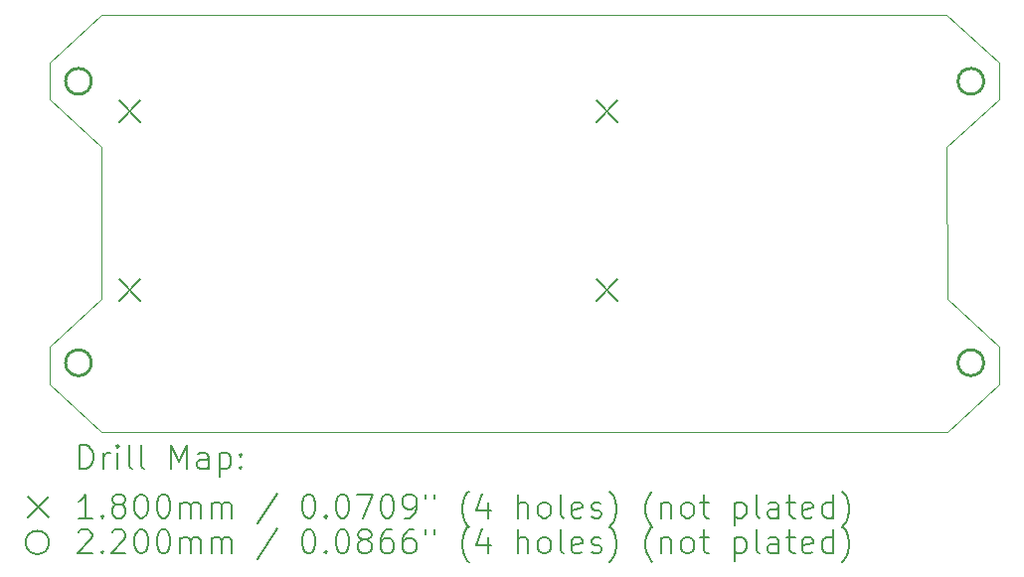
<source format=gbr>
%TF.GenerationSoftware,KiCad,Pcbnew,7.0.9*%
%TF.CreationDate,2024-06-02T15:37:02-06:00*%
%TF.ProjectId,luytenPCB,6c757974-656e-4504-9342-2e6b69636164,rev?*%
%TF.SameCoordinates,Original*%
%TF.FileFunction,Drillmap*%
%TF.FilePolarity,Positive*%
%FSLAX45Y45*%
G04 Gerber Fmt 4.5, Leading zero omitted, Abs format (unit mm)*
G04 Created by KiCad (PCBNEW 7.0.9) date 2024-06-02 15:37:02*
%MOMM*%
%LPD*%
G01*
G04 APERTURE LIST*
%ADD10C,0.100000*%
%ADD11C,0.200000*%
%ADD12C,0.180000*%
%ADD13C,0.220000*%
G04 APERTURE END LIST*
D10*
X4629150Y-6286500D02*
X4184650Y-5880100D01*
X4184650Y-5562600D02*
X4629150Y-5156200D01*
X11830050Y-5156200D02*
X12274550Y-5562600D01*
X4629150Y-3860800D02*
X4629150Y-5156200D01*
X12274550Y-5562600D02*
X12274550Y-5880100D01*
X11823700Y-2730500D02*
X12268200Y-3136900D01*
X12268200Y-3454400D02*
X11823700Y-3860800D01*
X4184650Y-3454400D02*
X4184650Y-3136900D01*
X11830050Y-6286500D02*
X4629150Y-6286500D01*
X4629150Y-3860800D02*
X4184650Y-3454400D01*
X12274550Y-5880100D02*
X11830050Y-6286500D01*
X4629150Y-2730500D02*
X11823700Y-2730500D01*
X4184650Y-5880100D02*
X4184650Y-5562600D01*
X12268200Y-3136900D02*
X12268200Y-3454400D01*
X11823700Y-3860800D02*
X11830050Y-5156200D01*
X4184650Y-3136900D02*
X4629150Y-2730500D01*
D11*
D12*
X4777200Y-3466000D02*
X4957200Y-3646000D01*
X4957200Y-3466000D02*
X4777200Y-3646000D01*
X4777200Y-4990000D02*
X4957200Y-5170000D01*
X4957200Y-4990000D02*
X4777200Y-5170000D01*
X8841200Y-3466000D02*
X9021200Y-3646000D01*
X9021200Y-3466000D02*
X8841200Y-3646000D01*
X8841200Y-4990000D02*
X9021200Y-5170000D01*
X9021200Y-4990000D02*
X8841200Y-5170000D01*
D13*
X4540000Y-3300000D02*
G75*
G03*
X4540000Y-3300000I-110000J0D01*
G01*
X4540000Y-5700000D02*
G75*
G03*
X4540000Y-5700000I-110000J0D01*
G01*
X12140000Y-3300000D02*
G75*
G03*
X12140000Y-3300000I-110000J0D01*
G01*
X12140000Y-5700000D02*
G75*
G03*
X12140000Y-5700000I-110000J0D01*
G01*
D11*
X4440427Y-6602984D02*
X4440427Y-6402984D01*
X4440427Y-6402984D02*
X4488046Y-6402984D01*
X4488046Y-6402984D02*
X4516617Y-6412508D01*
X4516617Y-6412508D02*
X4535665Y-6431555D01*
X4535665Y-6431555D02*
X4545189Y-6450603D01*
X4545189Y-6450603D02*
X4554713Y-6488698D01*
X4554713Y-6488698D02*
X4554713Y-6517269D01*
X4554713Y-6517269D02*
X4545189Y-6555365D01*
X4545189Y-6555365D02*
X4535665Y-6574412D01*
X4535665Y-6574412D02*
X4516617Y-6593460D01*
X4516617Y-6593460D02*
X4488046Y-6602984D01*
X4488046Y-6602984D02*
X4440427Y-6602984D01*
X4640427Y-6602984D02*
X4640427Y-6469650D01*
X4640427Y-6507746D02*
X4649951Y-6488698D01*
X4649951Y-6488698D02*
X4659474Y-6479174D01*
X4659474Y-6479174D02*
X4678522Y-6469650D01*
X4678522Y-6469650D02*
X4697570Y-6469650D01*
X4764236Y-6602984D02*
X4764236Y-6469650D01*
X4764236Y-6402984D02*
X4754713Y-6412508D01*
X4754713Y-6412508D02*
X4764236Y-6422031D01*
X4764236Y-6422031D02*
X4773760Y-6412508D01*
X4773760Y-6412508D02*
X4764236Y-6402984D01*
X4764236Y-6402984D02*
X4764236Y-6422031D01*
X4888046Y-6602984D02*
X4868998Y-6593460D01*
X4868998Y-6593460D02*
X4859474Y-6574412D01*
X4859474Y-6574412D02*
X4859474Y-6402984D01*
X4992808Y-6602984D02*
X4973760Y-6593460D01*
X4973760Y-6593460D02*
X4964236Y-6574412D01*
X4964236Y-6574412D02*
X4964236Y-6402984D01*
X5221379Y-6602984D02*
X5221379Y-6402984D01*
X5221379Y-6402984D02*
X5288046Y-6545841D01*
X5288046Y-6545841D02*
X5354713Y-6402984D01*
X5354713Y-6402984D02*
X5354713Y-6602984D01*
X5535665Y-6602984D02*
X5535665Y-6498222D01*
X5535665Y-6498222D02*
X5526141Y-6479174D01*
X5526141Y-6479174D02*
X5507094Y-6469650D01*
X5507094Y-6469650D02*
X5468998Y-6469650D01*
X5468998Y-6469650D02*
X5449951Y-6479174D01*
X5535665Y-6593460D02*
X5516617Y-6602984D01*
X5516617Y-6602984D02*
X5468998Y-6602984D01*
X5468998Y-6602984D02*
X5449951Y-6593460D01*
X5449951Y-6593460D02*
X5440427Y-6574412D01*
X5440427Y-6574412D02*
X5440427Y-6555365D01*
X5440427Y-6555365D02*
X5449951Y-6536317D01*
X5449951Y-6536317D02*
X5468998Y-6526793D01*
X5468998Y-6526793D02*
X5516617Y-6526793D01*
X5516617Y-6526793D02*
X5535665Y-6517269D01*
X5630903Y-6469650D02*
X5630903Y-6669650D01*
X5630903Y-6479174D02*
X5649951Y-6469650D01*
X5649951Y-6469650D02*
X5688046Y-6469650D01*
X5688046Y-6469650D02*
X5707093Y-6479174D01*
X5707093Y-6479174D02*
X5716617Y-6488698D01*
X5716617Y-6488698D02*
X5726141Y-6507746D01*
X5726141Y-6507746D02*
X5726141Y-6564888D01*
X5726141Y-6564888D02*
X5716617Y-6583936D01*
X5716617Y-6583936D02*
X5707093Y-6593460D01*
X5707093Y-6593460D02*
X5688046Y-6602984D01*
X5688046Y-6602984D02*
X5649951Y-6602984D01*
X5649951Y-6602984D02*
X5630903Y-6593460D01*
X5811855Y-6583936D02*
X5821379Y-6593460D01*
X5821379Y-6593460D02*
X5811855Y-6602984D01*
X5811855Y-6602984D02*
X5802332Y-6593460D01*
X5802332Y-6593460D02*
X5811855Y-6583936D01*
X5811855Y-6583936D02*
X5811855Y-6602984D01*
X5811855Y-6479174D02*
X5821379Y-6488698D01*
X5821379Y-6488698D02*
X5811855Y-6498222D01*
X5811855Y-6498222D02*
X5802332Y-6488698D01*
X5802332Y-6488698D02*
X5811855Y-6479174D01*
X5811855Y-6479174D02*
X5811855Y-6498222D01*
D12*
X3999650Y-6841500D02*
X4179650Y-7021500D01*
X4179650Y-6841500D02*
X3999650Y-7021500D01*
D11*
X4545189Y-7022984D02*
X4430903Y-7022984D01*
X4488046Y-7022984D02*
X4488046Y-6822984D01*
X4488046Y-6822984D02*
X4468998Y-6851555D01*
X4468998Y-6851555D02*
X4449951Y-6870603D01*
X4449951Y-6870603D02*
X4430903Y-6880127D01*
X4630903Y-7003936D02*
X4640427Y-7013460D01*
X4640427Y-7013460D02*
X4630903Y-7022984D01*
X4630903Y-7022984D02*
X4621379Y-7013460D01*
X4621379Y-7013460D02*
X4630903Y-7003936D01*
X4630903Y-7003936D02*
X4630903Y-7022984D01*
X4754713Y-6908698D02*
X4735665Y-6899174D01*
X4735665Y-6899174D02*
X4726141Y-6889650D01*
X4726141Y-6889650D02*
X4716617Y-6870603D01*
X4716617Y-6870603D02*
X4716617Y-6861079D01*
X4716617Y-6861079D02*
X4726141Y-6842031D01*
X4726141Y-6842031D02*
X4735665Y-6832508D01*
X4735665Y-6832508D02*
X4754713Y-6822984D01*
X4754713Y-6822984D02*
X4792808Y-6822984D01*
X4792808Y-6822984D02*
X4811855Y-6832508D01*
X4811855Y-6832508D02*
X4821379Y-6842031D01*
X4821379Y-6842031D02*
X4830903Y-6861079D01*
X4830903Y-6861079D02*
X4830903Y-6870603D01*
X4830903Y-6870603D02*
X4821379Y-6889650D01*
X4821379Y-6889650D02*
X4811855Y-6899174D01*
X4811855Y-6899174D02*
X4792808Y-6908698D01*
X4792808Y-6908698D02*
X4754713Y-6908698D01*
X4754713Y-6908698D02*
X4735665Y-6918222D01*
X4735665Y-6918222D02*
X4726141Y-6927746D01*
X4726141Y-6927746D02*
X4716617Y-6946793D01*
X4716617Y-6946793D02*
X4716617Y-6984888D01*
X4716617Y-6984888D02*
X4726141Y-7003936D01*
X4726141Y-7003936D02*
X4735665Y-7013460D01*
X4735665Y-7013460D02*
X4754713Y-7022984D01*
X4754713Y-7022984D02*
X4792808Y-7022984D01*
X4792808Y-7022984D02*
X4811855Y-7013460D01*
X4811855Y-7013460D02*
X4821379Y-7003936D01*
X4821379Y-7003936D02*
X4830903Y-6984888D01*
X4830903Y-6984888D02*
X4830903Y-6946793D01*
X4830903Y-6946793D02*
X4821379Y-6927746D01*
X4821379Y-6927746D02*
X4811855Y-6918222D01*
X4811855Y-6918222D02*
X4792808Y-6908698D01*
X4954713Y-6822984D02*
X4973760Y-6822984D01*
X4973760Y-6822984D02*
X4992808Y-6832508D01*
X4992808Y-6832508D02*
X5002332Y-6842031D01*
X5002332Y-6842031D02*
X5011855Y-6861079D01*
X5011855Y-6861079D02*
X5021379Y-6899174D01*
X5021379Y-6899174D02*
X5021379Y-6946793D01*
X5021379Y-6946793D02*
X5011855Y-6984888D01*
X5011855Y-6984888D02*
X5002332Y-7003936D01*
X5002332Y-7003936D02*
X4992808Y-7013460D01*
X4992808Y-7013460D02*
X4973760Y-7022984D01*
X4973760Y-7022984D02*
X4954713Y-7022984D01*
X4954713Y-7022984D02*
X4935665Y-7013460D01*
X4935665Y-7013460D02*
X4926141Y-7003936D01*
X4926141Y-7003936D02*
X4916617Y-6984888D01*
X4916617Y-6984888D02*
X4907094Y-6946793D01*
X4907094Y-6946793D02*
X4907094Y-6899174D01*
X4907094Y-6899174D02*
X4916617Y-6861079D01*
X4916617Y-6861079D02*
X4926141Y-6842031D01*
X4926141Y-6842031D02*
X4935665Y-6832508D01*
X4935665Y-6832508D02*
X4954713Y-6822984D01*
X5145189Y-6822984D02*
X5164236Y-6822984D01*
X5164236Y-6822984D02*
X5183284Y-6832508D01*
X5183284Y-6832508D02*
X5192808Y-6842031D01*
X5192808Y-6842031D02*
X5202332Y-6861079D01*
X5202332Y-6861079D02*
X5211855Y-6899174D01*
X5211855Y-6899174D02*
X5211855Y-6946793D01*
X5211855Y-6946793D02*
X5202332Y-6984888D01*
X5202332Y-6984888D02*
X5192808Y-7003936D01*
X5192808Y-7003936D02*
X5183284Y-7013460D01*
X5183284Y-7013460D02*
X5164236Y-7022984D01*
X5164236Y-7022984D02*
X5145189Y-7022984D01*
X5145189Y-7022984D02*
X5126141Y-7013460D01*
X5126141Y-7013460D02*
X5116617Y-7003936D01*
X5116617Y-7003936D02*
X5107094Y-6984888D01*
X5107094Y-6984888D02*
X5097570Y-6946793D01*
X5097570Y-6946793D02*
X5097570Y-6899174D01*
X5097570Y-6899174D02*
X5107094Y-6861079D01*
X5107094Y-6861079D02*
X5116617Y-6842031D01*
X5116617Y-6842031D02*
X5126141Y-6832508D01*
X5126141Y-6832508D02*
X5145189Y-6822984D01*
X5297570Y-7022984D02*
X5297570Y-6889650D01*
X5297570Y-6908698D02*
X5307094Y-6899174D01*
X5307094Y-6899174D02*
X5326141Y-6889650D01*
X5326141Y-6889650D02*
X5354713Y-6889650D01*
X5354713Y-6889650D02*
X5373760Y-6899174D01*
X5373760Y-6899174D02*
X5383284Y-6918222D01*
X5383284Y-6918222D02*
X5383284Y-7022984D01*
X5383284Y-6918222D02*
X5392808Y-6899174D01*
X5392808Y-6899174D02*
X5411855Y-6889650D01*
X5411855Y-6889650D02*
X5440427Y-6889650D01*
X5440427Y-6889650D02*
X5459475Y-6899174D01*
X5459475Y-6899174D02*
X5468998Y-6918222D01*
X5468998Y-6918222D02*
X5468998Y-7022984D01*
X5564236Y-7022984D02*
X5564236Y-6889650D01*
X5564236Y-6908698D02*
X5573760Y-6899174D01*
X5573760Y-6899174D02*
X5592808Y-6889650D01*
X5592808Y-6889650D02*
X5621379Y-6889650D01*
X5621379Y-6889650D02*
X5640427Y-6899174D01*
X5640427Y-6899174D02*
X5649951Y-6918222D01*
X5649951Y-6918222D02*
X5649951Y-7022984D01*
X5649951Y-6918222D02*
X5659474Y-6899174D01*
X5659474Y-6899174D02*
X5678522Y-6889650D01*
X5678522Y-6889650D02*
X5707093Y-6889650D01*
X5707093Y-6889650D02*
X5726141Y-6899174D01*
X5726141Y-6899174D02*
X5735665Y-6918222D01*
X5735665Y-6918222D02*
X5735665Y-7022984D01*
X6126141Y-6813460D02*
X5954713Y-7070603D01*
X6383284Y-6822984D02*
X6402332Y-6822984D01*
X6402332Y-6822984D02*
X6421379Y-6832508D01*
X6421379Y-6832508D02*
X6430903Y-6842031D01*
X6430903Y-6842031D02*
X6440427Y-6861079D01*
X6440427Y-6861079D02*
X6449951Y-6899174D01*
X6449951Y-6899174D02*
X6449951Y-6946793D01*
X6449951Y-6946793D02*
X6440427Y-6984888D01*
X6440427Y-6984888D02*
X6430903Y-7003936D01*
X6430903Y-7003936D02*
X6421379Y-7013460D01*
X6421379Y-7013460D02*
X6402332Y-7022984D01*
X6402332Y-7022984D02*
X6383284Y-7022984D01*
X6383284Y-7022984D02*
X6364236Y-7013460D01*
X6364236Y-7013460D02*
X6354713Y-7003936D01*
X6354713Y-7003936D02*
X6345189Y-6984888D01*
X6345189Y-6984888D02*
X6335665Y-6946793D01*
X6335665Y-6946793D02*
X6335665Y-6899174D01*
X6335665Y-6899174D02*
X6345189Y-6861079D01*
X6345189Y-6861079D02*
X6354713Y-6842031D01*
X6354713Y-6842031D02*
X6364236Y-6832508D01*
X6364236Y-6832508D02*
X6383284Y-6822984D01*
X6535665Y-7003936D02*
X6545189Y-7013460D01*
X6545189Y-7013460D02*
X6535665Y-7022984D01*
X6535665Y-7022984D02*
X6526141Y-7013460D01*
X6526141Y-7013460D02*
X6535665Y-7003936D01*
X6535665Y-7003936D02*
X6535665Y-7022984D01*
X6668998Y-6822984D02*
X6688046Y-6822984D01*
X6688046Y-6822984D02*
X6707094Y-6832508D01*
X6707094Y-6832508D02*
X6716617Y-6842031D01*
X6716617Y-6842031D02*
X6726141Y-6861079D01*
X6726141Y-6861079D02*
X6735665Y-6899174D01*
X6735665Y-6899174D02*
X6735665Y-6946793D01*
X6735665Y-6946793D02*
X6726141Y-6984888D01*
X6726141Y-6984888D02*
X6716617Y-7003936D01*
X6716617Y-7003936D02*
X6707094Y-7013460D01*
X6707094Y-7013460D02*
X6688046Y-7022984D01*
X6688046Y-7022984D02*
X6668998Y-7022984D01*
X6668998Y-7022984D02*
X6649951Y-7013460D01*
X6649951Y-7013460D02*
X6640427Y-7003936D01*
X6640427Y-7003936D02*
X6630903Y-6984888D01*
X6630903Y-6984888D02*
X6621379Y-6946793D01*
X6621379Y-6946793D02*
X6621379Y-6899174D01*
X6621379Y-6899174D02*
X6630903Y-6861079D01*
X6630903Y-6861079D02*
X6640427Y-6842031D01*
X6640427Y-6842031D02*
X6649951Y-6832508D01*
X6649951Y-6832508D02*
X6668998Y-6822984D01*
X6802332Y-6822984D02*
X6935665Y-6822984D01*
X6935665Y-6822984D02*
X6849951Y-7022984D01*
X7049951Y-6822984D02*
X7068998Y-6822984D01*
X7068998Y-6822984D02*
X7088046Y-6832508D01*
X7088046Y-6832508D02*
X7097570Y-6842031D01*
X7097570Y-6842031D02*
X7107094Y-6861079D01*
X7107094Y-6861079D02*
X7116617Y-6899174D01*
X7116617Y-6899174D02*
X7116617Y-6946793D01*
X7116617Y-6946793D02*
X7107094Y-6984888D01*
X7107094Y-6984888D02*
X7097570Y-7003936D01*
X7097570Y-7003936D02*
X7088046Y-7013460D01*
X7088046Y-7013460D02*
X7068998Y-7022984D01*
X7068998Y-7022984D02*
X7049951Y-7022984D01*
X7049951Y-7022984D02*
X7030903Y-7013460D01*
X7030903Y-7013460D02*
X7021379Y-7003936D01*
X7021379Y-7003936D02*
X7011856Y-6984888D01*
X7011856Y-6984888D02*
X7002332Y-6946793D01*
X7002332Y-6946793D02*
X7002332Y-6899174D01*
X7002332Y-6899174D02*
X7011856Y-6861079D01*
X7011856Y-6861079D02*
X7021379Y-6842031D01*
X7021379Y-6842031D02*
X7030903Y-6832508D01*
X7030903Y-6832508D02*
X7049951Y-6822984D01*
X7211856Y-7022984D02*
X7249951Y-7022984D01*
X7249951Y-7022984D02*
X7268998Y-7013460D01*
X7268998Y-7013460D02*
X7278522Y-7003936D01*
X7278522Y-7003936D02*
X7297570Y-6975365D01*
X7297570Y-6975365D02*
X7307094Y-6937269D01*
X7307094Y-6937269D02*
X7307094Y-6861079D01*
X7307094Y-6861079D02*
X7297570Y-6842031D01*
X7297570Y-6842031D02*
X7288046Y-6832508D01*
X7288046Y-6832508D02*
X7268998Y-6822984D01*
X7268998Y-6822984D02*
X7230903Y-6822984D01*
X7230903Y-6822984D02*
X7211856Y-6832508D01*
X7211856Y-6832508D02*
X7202332Y-6842031D01*
X7202332Y-6842031D02*
X7192808Y-6861079D01*
X7192808Y-6861079D02*
X7192808Y-6908698D01*
X7192808Y-6908698D02*
X7202332Y-6927746D01*
X7202332Y-6927746D02*
X7211856Y-6937269D01*
X7211856Y-6937269D02*
X7230903Y-6946793D01*
X7230903Y-6946793D02*
X7268998Y-6946793D01*
X7268998Y-6946793D02*
X7288046Y-6937269D01*
X7288046Y-6937269D02*
X7297570Y-6927746D01*
X7297570Y-6927746D02*
X7307094Y-6908698D01*
X7383284Y-6822984D02*
X7383284Y-6861079D01*
X7459475Y-6822984D02*
X7459475Y-6861079D01*
X7754713Y-7099174D02*
X7745189Y-7089650D01*
X7745189Y-7089650D02*
X7726141Y-7061079D01*
X7726141Y-7061079D02*
X7716618Y-7042031D01*
X7716618Y-7042031D02*
X7707094Y-7013460D01*
X7707094Y-7013460D02*
X7697570Y-6965841D01*
X7697570Y-6965841D02*
X7697570Y-6927746D01*
X7697570Y-6927746D02*
X7707094Y-6880127D01*
X7707094Y-6880127D02*
X7716618Y-6851555D01*
X7716618Y-6851555D02*
X7726141Y-6832508D01*
X7726141Y-6832508D02*
X7745189Y-6803936D01*
X7745189Y-6803936D02*
X7754713Y-6794412D01*
X7916618Y-6889650D02*
X7916618Y-7022984D01*
X7868998Y-6813460D02*
X7821379Y-6956317D01*
X7821379Y-6956317D02*
X7945189Y-6956317D01*
X8173760Y-7022984D02*
X8173760Y-6822984D01*
X8259475Y-7022984D02*
X8259475Y-6918222D01*
X8259475Y-6918222D02*
X8249951Y-6899174D01*
X8249951Y-6899174D02*
X8230903Y-6889650D01*
X8230903Y-6889650D02*
X8202332Y-6889650D01*
X8202332Y-6889650D02*
X8183284Y-6899174D01*
X8183284Y-6899174D02*
X8173760Y-6908698D01*
X8383284Y-7022984D02*
X8364237Y-7013460D01*
X8364237Y-7013460D02*
X8354713Y-7003936D01*
X8354713Y-7003936D02*
X8345189Y-6984888D01*
X8345189Y-6984888D02*
X8345189Y-6927746D01*
X8345189Y-6927746D02*
X8354713Y-6908698D01*
X8354713Y-6908698D02*
X8364237Y-6899174D01*
X8364237Y-6899174D02*
X8383284Y-6889650D01*
X8383284Y-6889650D02*
X8411856Y-6889650D01*
X8411856Y-6889650D02*
X8430903Y-6899174D01*
X8430903Y-6899174D02*
X8440427Y-6908698D01*
X8440427Y-6908698D02*
X8449951Y-6927746D01*
X8449951Y-6927746D02*
X8449951Y-6984888D01*
X8449951Y-6984888D02*
X8440427Y-7003936D01*
X8440427Y-7003936D02*
X8430903Y-7013460D01*
X8430903Y-7013460D02*
X8411856Y-7022984D01*
X8411856Y-7022984D02*
X8383284Y-7022984D01*
X8564237Y-7022984D02*
X8545189Y-7013460D01*
X8545189Y-7013460D02*
X8535665Y-6994412D01*
X8535665Y-6994412D02*
X8535665Y-6822984D01*
X8716618Y-7013460D02*
X8697570Y-7022984D01*
X8697570Y-7022984D02*
X8659475Y-7022984D01*
X8659475Y-7022984D02*
X8640427Y-7013460D01*
X8640427Y-7013460D02*
X8630903Y-6994412D01*
X8630903Y-6994412D02*
X8630903Y-6918222D01*
X8630903Y-6918222D02*
X8640427Y-6899174D01*
X8640427Y-6899174D02*
X8659475Y-6889650D01*
X8659475Y-6889650D02*
X8697570Y-6889650D01*
X8697570Y-6889650D02*
X8716618Y-6899174D01*
X8716618Y-6899174D02*
X8726142Y-6918222D01*
X8726142Y-6918222D02*
X8726142Y-6937269D01*
X8726142Y-6937269D02*
X8630903Y-6956317D01*
X8802332Y-7013460D02*
X8821380Y-7022984D01*
X8821380Y-7022984D02*
X8859475Y-7022984D01*
X8859475Y-7022984D02*
X8878523Y-7013460D01*
X8878523Y-7013460D02*
X8888046Y-6994412D01*
X8888046Y-6994412D02*
X8888046Y-6984888D01*
X8888046Y-6984888D02*
X8878523Y-6965841D01*
X8878523Y-6965841D02*
X8859475Y-6956317D01*
X8859475Y-6956317D02*
X8830903Y-6956317D01*
X8830903Y-6956317D02*
X8811856Y-6946793D01*
X8811856Y-6946793D02*
X8802332Y-6927746D01*
X8802332Y-6927746D02*
X8802332Y-6918222D01*
X8802332Y-6918222D02*
X8811856Y-6899174D01*
X8811856Y-6899174D02*
X8830903Y-6889650D01*
X8830903Y-6889650D02*
X8859475Y-6889650D01*
X8859475Y-6889650D02*
X8878523Y-6899174D01*
X8954713Y-7099174D02*
X8964237Y-7089650D01*
X8964237Y-7089650D02*
X8983284Y-7061079D01*
X8983284Y-7061079D02*
X8992808Y-7042031D01*
X8992808Y-7042031D02*
X9002332Y-7013460D01*
X9002332Y-7013460D02*
X9011856Y-6965841D01*
X9011856Y-6965841D02*
X9011856Y-6927746D01*
X9011856Y-6927746D02*
X9002332Y-6880127D01*
X9002332Y-6880127D02*
X8992808Y-6851555D01*
X8992808Y-6851555D02*
X8983284Y-6832508D01*
X8983284Y-6832508D02*
X8964237Y-6803936D01*
X8964237Y-6803936D02*
X8954713Y-6794412D01*
X9316618Y-7099174D02*
X9307094Y-7089650D01*
X9307094Y-7089650D02*
X9288046Y-7061079D01*
X9288046Y-7061079D02*
X9278523Y-7042031D01*
X9278523Y-7042031D02*
X9268999Y-7013460D01*
X9268999Y-7013460D02*
X9259475Y-6965841D01*
X9259475Y-6965841D02*
X9259475Y-6927746D01*
X9259475Y-6927746D02*
X9268999Y-6880127D01*
X9268999Y-6880127D02*
X9278523Y-6851555D01*
X9278523Y-6851555D02*
X9288046Y-6832508D01*
X9288046Y-6832508D02*
X9307094Y-6803936D01*
X9307094Y-6803936D02*
X9316618Y-6794412D01*
X9392808Y-6889650D02*
X9392808Y-7022984D01*
X9392808Y-6908698D02*
X9402332Y-6899174D01*
X9402332Y-6899174D02*
X9421380Y-6889650D01*
X9421380Y-6889650D02*
X9449951Y-6889650D01*
X9449951Y-6889650D02*
X9468999Y-6899174D01*
X9468999Y-6899174D02*
X9478523Y-6918222D01*
X9478523Y-6918222D02*
X9478523Y-7022984D01*
X9602332Y-7022984D02*
X9583284Y-7013460D01*
X9583284Y-7013460D02*
X9573761Y-7003936D01*
X9573761Y-7003936D02*
X9564237Y-6984888D01*
X9564237Y-6984888D02*
X9564237Y-6927746D01*
X9564237Y-6927746D02*
X9573761Y-6908698D01*
X9573761Y-6908698D02*
X9583284Y-6899174D01*
X9583284Y-6899174D02*
X9602332Y-6889650D01*
X9602332Y-6889650D02*
X9630904Y-6889650D01*
X9630904Y-6889650D02*
X9649951Y-6899174D01*
X9649951Y-6899174D02*
X9659475Y-6908698D01*
X9659475Y-6908698D02*
X9668999Y-6927746D01*
X9668999Y-6927746D02*
X9668999Y-6984888D01*
X9668999Y-6984888D02*
X9659475Y-7003936D01*
X9659475Y-7003936D02*
X9649951Y-7013460D01*
X9649951Y-7013460D02*
X9630904Y-7022984D01*
X9630904Y-7022984D02*
X9602332Y-7022984D01*
X9726142Y-6889650D02*
X9802332Y-6889650D01*
X9754713Y-6822984D02*
X9754713Y-6994412D01*
X9754713Y-6994412D02*
X9764237Y-7013460D01*
X9764237Y-7013460D02*
X9783284Y-7022984D01*
X9783284Y-7022984D02*
X9802332Y-7022984D01*
X10021380Y-6889650D02*
X10021380Y-7089650D01*
X10021380Y-6899174D02*
X10040427Y-6889650D01*
X10040427Y-6889650D02*
X10078523Y-6889650D01*
X10078523Y-6889650D02*
X10097570Y-6899174D01*
X10097570Y-6899174D02*
X10107094Y-6908698D01*
X10107094Y-6908698D02*
X10116618Y-6927746D01*
X10116618Y-6927746D02*
X10116618Y-6984888D01*
X10116618Y-6984888D02*
X10107094Y-7003936D01*
X10107094Y-7003936D02*
X10097570Y-7013460D01*
X10097570Y-7013460D02*
X10078523Y-7022984D01*
X10078523Y-7022984D02*
X10040427Y-7022984D01*
X10040427Y-7022984D02*
X10021380Y-7013460D01*
X10230904Y-7022984D02*
X10211856Y-7013460D01*
X10211856Y-7013460D02*
X10202332Y-6994412D01*
X10202332Y-6994412D02*
X10202332Y-6822984D01*
X10392808Y-7022984D02*
X10392808Y-6918222D01*
X10392808Y-6918222D02*
X10383285Y-6899174D01*
X10383285Y-6899174D02*
X10364237Y-6889650D01*
X10364237Y-6889650D02*
X10326142Y-6889650D01*
X10326142Y-6889650D02*
X10307094Y-6899174D01*
X10392808Y-7013460D02*
X10373761Y-7022984D01*
X10373761Y-7022984D02*
X10326142Y-7022984D01*
X10326142Y-7022984D02*
X10307094Y-7013460D01*
X10307094Y-7013460D02*
X10297570Y-6994412D01*
X10297570Y-6994412D02*
X10297570Y-6975365D01*
X10297570Y-6975365D02*
X10307094Y-6956317D01*
X10307094Y-6956317D02*
X10326142Y-6946793D01*
X10326142Y-6946793D02*
X10373761Y-6946793D01*
X10373761Y-6946793D02*
X10392808Y-6937269D01*
X10459475Y-6889650D02*
X10535665Y-6889650D01*
X10488046Y-6822984D02*
X10488046Y-6994412D01*
X10488046Y-6994412D02*
X10497570Y-7013460D01*
X10497570Y-7013460D02*
X10516618Y-7022984D01*
X10516618Y-7022984D02*
X10535665Y-7022984D01*
X10678523Y-7013460D02*
X10659475Y-7022984D01*
X10659475Y-7022984D02*
X10621380Y-7022984D01*
X10621380Y-7022984D02*
X10602332Y-7013460D01*
X10602332Y-7013460D02*
X10592808Y-6994412D01*
X10592808Y-6994412D02*
X10592808Y-6918222D01*
X10592808Y-6918222D02*
X10602332Y-6899174D01*
X10602332Y-6899174D02*
X10621380Y-6889650D01*
X10621380Y-6889650D02*
X10659475Y-6889650D01*
X10659475Y-6889650D02*
X10678523Y-6899174D01*
X10678523Y-6899174D02*
X10688046Y-6918222D01*
X10688046Y-6918222D02*
X10688046Y-6937269D01*
X10688046Y-6937269D02*
X10592808Y-6956317D01*
X10859475Y-7022984D02*
X10859475Y-6822984D01*
X10859475Y-7013460D02*
X10840427Y-7022984D01*
X10840427Y-7022984D02*
X10802332Y-7022984D01*
X10802332Y-7022984D02*
X10783285Y-7013460D01*
X10783285Y-7013460D02*
X10773761Y-7003936D01*
X10773761Y-7003936D02*
X10764237Y-6984888D01*
X10764237Y-6984888D02*
X10764237Y-6927746D01*
X10764237Y-6927746D02*
X10773761Y-6908698D01*
X10773761Y-6908698D02*
X10783285Y-6899174D01*
X10783285Y-6899174D02*
X10802332Y-6889650D01*
X10802332Y-6889650D02*
X10840427Y-6889650D01*
X10840427Y-6889650D02*
X10859475Y-6899174D01*
X10935666Y-7099174D02*
X10945189Y-7089650D01*
X10945189Y-7089650D02*
X10964237Y-7061079D01*
X10964237Y-7061079D02*
X10973761Y-7042031D01*
X10973761Y-7042031D02*
X10983285Y-7013460D01*
X10983285Y-7013460D02*
X10992808Y-6965841D01*
X10992808Y-6965841D02*
X10992808Y-6927746D01*
X10992808Y-6927746D02*
X10983285Y-6880127D01*
X10983285Y-6880127D02*
X10973761Y-6851555D01*
X10973761Y-6851555D02*
X10964237Y-6832508D01*
X10964237Y-6832508D02*
X10945189Y-6803936D01*
X10945189Y-6803936D02*
X10935666Y-6794412D01*
X4179650Y-7231500D02*
G75*
G03*
X4179650Y-7231500I-100000J0D01*
G01*
X4430903Y-7142031D02*
X4440427Y-7132508D01*
X4440427Y-7132508D02*
X4459474Y-7122984D01*
X4459474Y-7122984D02*
X4507094Y-7122984D01*
X4507094Y-7122984D02*
X4526141Y-7132508D01*
X4526141Y-7132508D02*
X4535665Y-7142031D01*
X4535665Y-7142031D02*
X4545189Y-7161079D01*
X4545189Y-7161079D02*
X4545189Y-7180127D01*
X4545189Y-7180127D02*
X4535665Y-7208698D01*
X4535665Y-7208698D02*
X4421379Y-7322984D01*
X4421379Y-7322984D02*
X4545189Y-7322984D01*
X4630903Y-7303936D02*
X4640427Y-7313460D01*
X4640427Y-7313460D02*
X4630903Y-7322984D01*
X4630903Y-7322984D02*
X4621379Y-7313460D01*
X4621379Y-7313460D02*
X4630903Y-7303936D01*
X4630903Y-7303936D02*
X4630903Y-7322984D01*
X4716617Y-7142031D02*
X4726141Y-7132508D01*
X4726141Y-7132508D02*
X4745189Y-7122984D01*
X4745189Y-7122984D02*
X4792808Y-7122984D01*
X4792808Y-7122984D02*
X4811855Y-7132508D01*
X4811855Y-7132508D02*
X4821379Y-7142031D01*
X4821379Y-7142031D02*
X4830903Y-7161079D01*
X4830903Y-7161079D02*
X4830903Y-7180127D01*
X4830903Y-7180127D02*
X4821379Y-7208698D01*
X4821379Y-7208698D02*
X4707094Y-7322984D01*
X4707094Y-7322984D02*
X4830903Y-7322984D01*
X4954713Y-7122984D02*
X4973760Y-7122984D01*
X4973760Y-7122984D02*
X4992808Y-7132508D01*
X4992808Y-7132508D02*
X5002332Y-7142031D01*
X5002332Y-7142031D02*
X5011855Y-7161079D01*
X5011855Y-7161079D02*
X5021379Y-7199174D01*
X5021379Y-7199174D02*
X5021379Y-7246793D01*
X5021379Y-7246793D02*
X5011855Y-7284888D01*
X5011855Y-7284888D02*
X5002332Y-7303936D01*
X5002332Y-7303936D02*
X4992808Y-7313460D01*
X4992808Y-7313460D02*
X4973760Y-7322984D01*
X4973760Y-7322984D02*
X4954713Y-7322984D01*
X4954713Y-7322984D02*
X4935665Y-7313460D01*
X4935665Y-7313460D02*
X4926141Y-7303936D01*
X4926141Y-7303936D02*
X4916617Y-7284888D01*
X4916617Y-7284888D02*
X4907094Y-7246793D01*
X4907094Y-7246793D02*
X4907094Y-7199174D01*
X4907094Y-7199174D02*
X4916617Y-7161079D01*
X4916617Y-7161079D02*
X4926141Y-7142031D01*
X4926141Y-7142031D02*
X4935665Y-7132508D01*
X4935665Y-7132508D02*
X4954713Y-7122984D01*
X5145189Y-7122984D02*
X5164236Y-7122984D01*
X5164236Y-7122984D02*
X5183284Y-7132508D01*
X5183284Y-7132508D02*
X5192808Y-7142031D01*
X5192808Y-7142031D02*
X5202332Y-7161079D01*
X5202332Y-7161079D02*
X5211855Y-7199174D01*
X5211855Y-7199174D02*
X5211855Y-7246793D01*
X5211855Y-7246793D02*
X5202332Y-7284888D01*
X5202332Y-7284888D02*
X5192808Y-7303936D01*
X5192808Y-7303936D02*
X5183284Y-7313460D01*
X5183284Y-7313460D02*
X5164236Y-7322984D01*
X5164236Y-7322984D02*
X5145189Y-7322984D01*
X5145189Y-7322984D02*
X5126141Y-7313460D01*
X5126141Y-7313460D02*
X5116617Y-7303936D01*
X5116617Y-7303936D02*
X5107094Y-7284888D01*
X5107094Y-7284888D02*
X5097570Y-7246793D01*
X5097570Y-7246793D02*
X5097570Y-7199174D01*
X5097570Y-7199174D02*
X5107094Y-7161079D01*
X5107094Y-7161079D02*
X5116617Y-7142031D01*
X5116617Y-7142031D02*
X5126141Y-7132508D01*
X5126141Y-7132508D02*
X5145189Y-7122984D01*
X5297570Y-7322984D02*
X5297570Y-7189650D01*
X5297570Y-7208698D02*
X5307094Y-7199174D01*
X5307094Y-7199174D02*
X5326141Y-7189650D01*
X5326141Y-7189650D02*
X5354713Y-7189650D01*
X5354713Y-7189650D02*
X5373760Y-7199174D01*
X5373760Y-7199174D02*
X5383284Y-7218222D01*
X5383284Y-7218222D02*
X5383284Y-7322984D01*
X5383284Y-7218222D02*
X5392808Y-7199174D01*
X5392808Y-7199174D02*
X5411855Y-7189650D01*
X5411855Y-7189650D02*
X5440427Y-7189650D01*
X5440427Y-7189650D02*
X5459475Y-7199174D01*
X5459475Y-7199174D02*
X5468998Y-7218222D01*
X5468998Y-7218222D02*
X5468998Y-7322984D01*
X5564236Y-7322984D02*
X5564236Y-7189650D01*
X5564236Y-7208698D02*
X5573760Y-7199174D01*
X5573760Y-7199174D02*
X5592808Y-7189650D01*
X5592808Y-7189650D02*
X5621379Y-7189650D01*
X5621379Y-7189650D02*
X5640427Y-7199174D01*
X5640427Y-7199174D02*
X5649951Y-7218222D01*
X5649951Y-7218222D02*
X5649951Y-7322984D01*
X5649951Y-7218222D02*
X5659474Y-7199174D01*
X5659474Y-7199174D02*
X5678522Y-7189650D01*
X5678522Y-7189650D02*
X5707093Y-7189650D01*
X5707093Y-7189650D02*
X5726141Y-7199174D01*
X5726141Y-7199174D02*
X5735665Y-7218222D01*
X5735665Y-7218222D02*
X5735665Y-7322984D01*
X6126141Y-7113460D02*
X5954713Y-7370603D01*
X6383284Y-7122984D02*
X6402332Y-7122984D01*
X6402332Y-7122984D02*
X6421379Y-7132508D01*
X6421379Y-7132508D02*
X6430903Y-7142031D01*
X6430903Y-7142031D02*
X6440427Y-7161079D01*
X6440427Y-7161079D02*
X6449951Y-7199174D01*
X6449951Y-7199174D02*
X6449951Y-7246793D01*
X6449951Y-7246793D02*
X6440427Y-7284888D01*
X6440427Y-7284888D02*
X6430903Y-7303936D01*
X6430903Y-7303936D02*
X6421379Y-7313460D01*
X6421379Y-7313460D02*
X6402332Y-7322984D01*
X6402332Y-7322984D02*
X6383284Y-7322984D01*
X6383284Y-7322984D02*
X6364236Y-7313460D01*
X6364236Y-7313460D02*
X6354713Y-7303936D01*
X6354713Y-7303936D02*
X6345189Y-7284888D01*
X6345189Y-7284888D02*
X6335665Y-7246793D01*
X6335665Y-7246793D02*
X6335665Y-7199174D01*
X6335665Y-7199174D02*
X6345189Y-7161079D01*
X6345189Y-7161079D02*
X6354713Y-7142031D01*
X6354713Y-7142031D02*
X6364236Y-7132508D01*
X6364236Y-7132508D02*
X6383284Y-7122984D01*
X6535665Y-7303936D02*
X6545189Y-7313460D01*
X6545189Y-7313460D02*
X6535665Y-7322984D01*
X6535665Y-7322984D02*
X6526141Y-7313460D01*
X6526141Y-7313460D02*
X6535665Y-7303936D01*
X6535665Y-7303936D02*
X6535665Y-7322984D01*
X6668998Y-7122984D02*
X6688046Y-7122984D01*
X6688046Y-7122984D02*
X6707094Y-7132508D01*
X6707094Y-7132508D02*
X6716617Y-7142031D01*
X6716617Y-7142031D02*
X6726141Y-7161079D01*
X6726141Y-7161079D02*
X6735665Y-7199174D01*
X6735665Y-7199174D02*
X6735665Y-7246793D01*
X6735665Y-7246793D02*
X6726141Y-7284888D01*
X6726141Y-7284888D02*
X6716617Y-7303936D01*
X6716617Y-7303936D02*
X6707094Y-7313460D01*
X6707094Y-7313460D02*
X6688046Y-7322984D01*
X6688046Y-7322984D02*
X6668998Y-7322984D01*
X6668998Y-7322984D02*
X6649951Y-7313460D01*
X6649951Y-7313460D02*
X6640427Y-7303936D01*
X6640427Y-7303936D02*
X6630903Y-7284888D01*
X6630903Y-7284888D02*
X6621379Y-7246793D01*
X6621379Y-7246793D02*
X6621379Y-7199174D01*
X6621379Y-7199174D02*
X6630903Y-7161079D01*
X6630903Y-7161079D02*
X6640427Y-7142031D01*
X6640427Y-7142031D02*
X6649951Y-7132508D01*
X6649951Y-7132508D02*
X6668998Y-7122984D01*
X6849951Y-7208698D02*
X6830903Y-7199174D01*
X6830903Y-7199174D02*
X6821379Y-7189650D01*
X6821379Y-7189650D02*
X6811856Y-7170603D01*
X6811856Y-7170603D02*
X6811856Y-7161079D01*
X6811856Y-7161079D02*
X6821379Y-7142031D01*
X6821379Y-7142031D02*
X6830903Y-7132508D01*
X6830903Y-7132508D02*
X6849951Y-7122984D01*
X6849951Y-7122984D02*
X6888046Y-7122984D01*
X6888046Y-7122984D02*
X6907094Y-7132508D01*
X6907094Y-7132508D02*
X6916617Y-7142031D01*
X6916617Y-7142031D02*
X6926141Y-7161079D01*
X6926141Y-7161079D02*
X6926141Y-7170603D01*
X6926141Y-7170603D02*
X6916617Y-7189650D01*
X6916617Y-7189650D02*
X6907094Y-7199174D01*
X6907094Y-7199174D02*
X6888046Y-7208698D01*
X6888046Y-7208698D02*
X6849951Y-7208698D01*
X6849951Y-7208698D02*
X6830903Y-7218222D01*
X6830903Y-7218222D02*
X6821379Y-7227746D01*
X6821379Y-7227746D02*
X6811856Y-7246793D01*
X6811856Y-7246793D02*
X6811856Y-7284888D01*
X6811856Y-7284888D02*
X6821379Y-7303936D01*
X6821379Y-7303936D02*
X6830903Y-7313460D01*
X6830903Y-7313460D02*
X6849951Y-7322984D01*
X6849951Y-7322984D02*
X6888046Y-7322984D01*
X6888046Y-7322984D02*
X6907094Y-7313460D01*
X6907094Y-7313460D02*
X6916617Y-7303936D01*
X6916617Y-7303936D02*
X6926141Y-7284888D01*
X6926141Y-7284888D02*
X6926141Y-7246793D01*
X6926141Y-7246793D02*
X6916617Y-7227746D01*
X6916617Y-7227746D02*
X6907094Y-7218222D01*
X6907094Y-7218222D02*
X6888046Y-7208698D01*
X7097570Y-7122984D02*
X7059475Y-7122984D01*
X7059475Y-7122984D02*
X7040427Y-7132508D01*
X7040427Y-7132508D02*
X7030903Y-7142031D01*
X7030903Y-7142031D02*
X7011856Y-7170603D01*
X7011856Y-7170603D02*
X7002332Y-7208698D01*
X7002332Y-7208698D02*
X7002332Y-7284888D01*
X7002332Y-7284888D02*
X7011856Y-7303936D01*
X7011856Y-7303936D02*
X7021379Y-7313460D01*
X7021379Y-7313460D02*
X7040427Y-7322984D01*
X7040427Y-7322984D02*
X7078522Y-7322984D01*
X7078522Y-7322984D02*
X7097570Y-7313460D01*
X7097570Y-7313460D02*
X7107094Y-7303936D01*
X7107094Y-7303936D02*
X7116617Y-7284888D01*
X7116617Y-7284888D02*
X7116617Y-7237269D01*
X7116617Y-7237269D02*
X7107094Y-7218222D01*
X7107094Y-7218222D02*
X7097570Y-7208698D01*
X7097570Y-7208698D02*
X7078522Y-7199174D01*
X7078522Y-7199174D02*
X7040427Y-7199174D01*
X7040427Y-7199174D02*
X7021379Y-7208698D01*
X7021379Y-7208698D02*
X7011856Y-7218222D01*
X7011856Y-7218222D02*
X7002332Y-7237269D01*
X7288046Y-7122984D02*
X7249951Y-7122984D01*
X7249951Y-7122984D02*
X7230903Y-7132508D01*
X7230903Y-7132508D02*
X7221379Y-7142031D01*
X7221379Y-7142031D02*
X7202332Y-7170603D01*
X7202332Y-7170603D02*
X7192808Y-7208698D01*
X7192808Y-7208698D02*
X7192808Y-7284888D01*
X7192808Y-7284888D02*
X7202332Y-7303936D01*
X7202332Y-7303936D02*
X7211856Y-7313460D01*
X7211856Y-7313460D02*
X7230903Y-7322984D01*
X7230903Y-7322984D02*
X7268998Y-7322984D01*
X7268998Y-7322984D02*
X7288046Y-7313460D01*
X7288046Y-7313460D02*
X7297570Y-7303936D01*
X7297570Y-7303936D02*
X7307094Y-7284888D01*
X7307094Y-7284888D02*
X7307094Y-7237269D01*
X7307094Y-7237269D02*
X7297570Y-7218222D01*
X7297570Y-7218222D02*
X7288046Y-7208698D01*
X7288046Y-7208698D02*
X7268998Y-7199174D01*
X7268998Y-7199174D02*
X7230903Y-7199174D01*
X7230903Y-7199174D02*
X7211856Y-7208698D01*
X7211856Y-7208698D02*
X7202332Y-7218222D01*
X7202332Y-7218222D02*
X7192808Y-7237269D01*
X7383284Y-7122984D02*
X7383284Y-7161079D01*
X7459475Y-7122984D02*
X7459475Y-7161079D01*
X7754713Y-7399174D02*
X7745189Y-7389650D01*
X7745189Y-7389650D02*
X7726141Y-7361079D01*
X7726141Y-7361079D02*
X7716618Y-7342031D01*
X7716618Y-7342031D02*
X7707094Y-7313460D01*
X7707094Y-7313460D02*
X7697570Y-7265841D01*
X7697570Y-7265841D02*
X7697570Y-7227746D01*
X7697570Y-7227746D02*
X7707094Y-7180127D01*
X7707094Y-7180127D02*
X7716618Y-7151555D01*
X7716618Y-7151555D02*
X7726141Y-7132508D01*
X7726141Y-7132508D02*
X7745189Y-7103936D01*
X7745189Y-7103936D02*
X7754713Y-7094412D01*
X7916618Y-7189650D02*
X7916618Y-7322984D01*
X7868998Y-7113460D02*
X7821379Y-7256317D01*
X7821379Y-7256317D02*
X7945189Y-7256317D01*
X8173760Y-7322984D02*
X8173760Y-7122984D01*
X8259475Y-7322984D02*
X8259475Y-7218222D01*
X8259475Y-7218222D02*
X8249951Y-7199174D01*
X8249951Y-7199174D02*
X8230903Y-7189650D01*
X8230903Y-7189650D02*
X8202332Y-7189650D01*
X8202332Y-7189650D02*
X8183284Y-7199174D01*
X8183284Y-7199174D02*
X8173760Y-7208698D01*
X8383284Y-7322984D02*
X8364237Y-7313460D01*
X8364237Y-7313460D02*
X8354713Y-7303936D01*
X8354713Y-7303936D02*
X8345189Y-7284888D01*
X8345189Y-7284888D02*
X8345189Y-7227746D01*
X8345189Y-7227746D02*
X8354713Y-7208698D01*
X8354713Y-7208698D02*
X8364237Y-7199174D01*
X8364237Y-7199174D02*
X8383284Y-7189650D01*
X8383284Y-7189650D02*
X8411856Y-7189650D01*
X8411856Y-7189650D02*
X8430903Y-7199174D01*
X8430903Y-7199174D02*
X8440427Y-7208698D01*
X8440427Y-7208698D02*
X8449951Y-7227746D01*
X8449951Y-7227746D02*
X8449951Y-7284888D01*
X8449951Y-7284888D02*
X8440427Y-7303936D01*
X8440427Y-7303936D02*
X8430903Y-7313460D01*
X8430903Y-7313460D02*
X8411856Y-7322984D01*
X8411856Y-7322984D02*
X8383284Y-7322984D01*
X8564237Y-7322984D02*
X8545189Y-7313460D01*
X8545189Y-7313460D02*
X8535665Y-7294412D01*
X8535665Y-7294412D02*
X8535665Y-7122984D01*
X8716618Y-7313460D02*
X8697570Y-7322984D01*
X8697570Y-7322984D02*
X8659475Y-7322984D01*
X8659475Y-7322984D02*
X8640427Y-7313460D01*
X8640427Y-7313460D02*
X8630903Y-7294412D01*
X8630903Y-7294412D02*
X8630903Y-7218222D01*
X8630903Y-7218222D02*
X8640427Y-7199174D01*
X8640427Y-7199174D02*
X8659475Y-7189650D01*
X8659475Y-7189650D02*
X8697570Y-7189650D01*
X8697570Y-7189650D02*
X8716618Y-7199174D01*
X8716618Y-7199174D02*
X8726142Y-7218222D01*
X8726142Y-7218222D02*
X8726142Y-7237269D01*
X8726142Y-7237269D02*
X8630903Y-7256317D01*
X8802332Y-7313460D02*
X8821380Y-7322984D01*
X8821380Y-7322984D02*
X8859475Y-7322984D01*
X8859475Y-7322984D02*
X8878523Y-7313460D01*
X8878523Y-7313460D02*
X8888046Y-7294412D01*
X8888046Y-7294412D02*
X8888046Y-7284888D01*
X8888046Y-7284888D02*
X8878523Y-7265841D01*
X8878523Y-7265841D02*
X8859475Y-7256317D01*
X8859475Y-7256317D02*
X8830903Y-7256317D01*
X8830903Y-7256317D02*
X8811856Y-7246793D01*
X8811856Y-7246793D02*
X8802332Y-7227746D01*
X8802332Y-7227746D02*
X8802332Y-7218222D01*
X8802332Y-7218222D02*
X8811856Y-7199174D01*
X8811856Y-7199174D02*
X8830903Y-7189650D01*
X8830903Y-7189650D02*
X8859475Y-7189650D01*
X8859475Y-7189650D02*
X8878523Y-7199174D01*
X8954713Y-7399174D02*
X8964237Y-7389650D01*
X8964237Y-7389650D02*
X8983284Y-7361079D01*
X8983284Y-7361079D02*
X8992808Y-7342031D01*
X8992808Y-7342031D02*
X9002332Y-7313460D01*
X9002332Y-7313460D02*
X9011856Y-7265841D01*
X9011856Y-7265841D02*
X9011856Y-7227746D01*
X9011856Y-7227746D02*
X9002332Y-7180127D01*
X9002332Y-7180127D02*
X8992808Y-7151555D01*
X8992808Y-7151555D02*
X8983284Y-7132508D01*
X8983284Y-7132508D02*
X8964237Y-7103936D01*
X8964237Y-7103936D02*
X8954713Y-7094412D01*
X9316618Y-7399174D02*
X9307094Y-7389650D01*
X9307094Y-7389650D02*
X9288046Y-7361079D01*
X9288046Y-7361079D02*
X9278523Y-7342031D01*
X9278523Y-7342031D02*
X9268999Y-7313460D01*
X9268999Y-7313460D02*
X9259475Y-7265841D01*
X9259475Y-7265841D02*
X9259475Y-7227746D01*
X9259475Y-7227746D02*
X9268999Y-7180127D01*
X9268999Y-7180127D02*
X9278523Y-7151555D01*
X9278523Y-7151555D02*
X9288046Y-7132508D01*
X9288046Y-7132508D02*
X9307094Y-7103936D01*
X9307094Y-7103936D02*
X9316618Y-7094412D01*
X9392808Y-7189650D02*
X9392808Y-7322984D01*
X9392808Y-7208698D02*
X9402332Y-7199174D01*
X9402332Y-7199174D02*
X9421380Y-7189650D01*
X9421380Y-7189650D02*
X9449951Y-7189650D01*
X9449951Y-7189650D02*
X9468999Y-7199174D01*
X9468999Y-7199174D02*
X9478523Y-7218222D01*
X9478523Y-7218222D02*
X9478523Y-7322984D01*
X9602332Y-7322984D02*
X9583284Y-7313460D01*
X9583284Y-7313460D02*
X9573761Y-7303936D01*
X9573761Y-7303936D02*
X9564237Y-7284888D01*
X9564237Y-7284888D02*
X9564237Y-7227746D01*
X9564237Y-7227746D02*
X9573761Y-7208698D01*
X9573761Y-7208698D02*
X9583284Y-7199174D01*
X9583284Y-7199174D02*
X9602332Y-7189650D01*
X9602332Y-7189650D02*
X9630904Y-7189650D01*
X9630904Y-7189650D02*
X9649951Y-7199174D01*
X9649951Y-7199174D02*
X9659475Y-7208698D01*
X9659475Y-7208698D02*
X9668999Y-7227746D01*
X9668999Y-7227746D02*
X9668999Y-7284888D01*
X9668999Y-7284888D02*
X9659475Y-7303936D01*
X9659475Y-7303936D02*
X9649951Y-7313460D01*
X9649951Y-7313460D02*
X9630904Y-7322984D01*
X9630904Y-7322984D02*
X9602332Y-7322984D01*
X9726142Y-7189650D02*
X9802332Y-7189650D01*
X9754713Y-7122984D02*
X9754713Y-7294412D01*
X9754713Y-7294412D02*
X9764237Y-7313460D01*
X9764237Y-7313460D02*
X9783284Y-7322984D01*
X9783284Y-7322984D02*
X9802332Y-7322984D01*
X10021380Y-7189650D02*
X10021380Y-7389650D01*
X10021380Y-7199174D02*
X10040427Y-7189650D01*
X10040427Y-7189650D02*
X10078523Y-7189650D01*
X10078523Y-7189650D02*
X10097570Y-7199174D01*
X10097570Y-7199174D02*
X10107094Y-7208698D01*
X10107094Y-7208698D02*
X10116618Y-7227746D01*
X10116618Y-7227746D02*
X10116618Y-7284888D01*
X10116618Y-7284888D02*
X10107094Y-7303936D01*
X10107094Y-7303936D02*
X10097570Y-7313460D01*
X10097570Y-7313460D02*
X10078523Y-7322984D01*
X10078523Y-7322984D02*
X10040427Y-7322984D01*
X10040427Y-7322984D02*
X10021380Y-7313460D01*
X10230904Y-7322984D02*
X10211856Y-7313460D01*
X10211856Y-7313460D02*
X10202332Y-7294412D01*
X10202332Y-7294412D02*
X10202332Y-7122984D01*
X10392808Y-7322984D02*
X10392808Y-7218222D01*
X10392808Y-7218222D02*
X10383285Y-7199174D01*
X10383285Y-7199174D02*
X10364237Y-7189650D01*
X10364237Y-7189650D02*
X10326142Y-7189650D01*
X10326142Y-7189650D02*
X10307094Y-7199174D01*
X10392808Y-7313460D02*
X10373761Y-7322984D01*
X10373761Y-7322984D02*
X10326142Y-7322984D01*
X10326142Y-7322984D02*
X10307094Y-7313460D01*
X10307094Y-7313460D02*
X10297570Y-7294412D01*
X10297570Y-7294412D02*
X10297570Y-7275365D01*
X10297570Y-7275365D02*
X10307094Y-7256317D01*
X10307094Y-7256317D02*
X10326142Y-7246793D01*
X10326142Y-7246793D02*
X10373761Y-7246793D01*
X10373761Y-7246793D02*
X10392808Y-7237269D01*
X10459475Y-7189650D02*
X10535665Y-7189650D01*
X10488046Y-7122984D02*
X10488046Y-7294412D01*
X10488046Y-7294412D02*
X10497570Y-7313460D01*
X10497570Y-7313460D02*
X10516618Y-7322984D01*
X10516618Y-7322984D02*
X10535665Y-7322984D01*
X10678523Y-7313460D02*
X10659475Y-7322984D01*
X10659475Y-7322984D02*
X10621380Y-7322984D01*
X10621380Y-7322984D02*
X10602332Y-7313460D01*
X10602332Y-7313460D02*
X10592808Y-7294412D01*
X10592808Y-7294412D02*
X10592808Y-7218222D01*
X10592808Y-7218222D02*
X10602332Y-7199174D01*
X10602332Y-7199174D02*
X10621380Y-7189650D01*
X10621380Y-7189650D02*
X10659475Y-7189650D01*
X10659475Y-7189650D02*
X10678523Y-7199174D01*
X10678523Y-7199174D02*
X10688046Y-7218222D01*
X10688046Y-7218222D02*
X10688046Y-7237269D01*
X10688046Y-7237269D02*
X10592808Y-7256317D01*
X10859475Y-7322984D02*
X10859475Y-7122984D01*
X10859475Y-7313460D02*
X10840427Y-7322984D01*
X10840427Y-7322984D02*
X10802332Y-7322984D01*
X10802332Y-7322984D02*
X10783285Y-7313460D01*
X10783285Y-7313460D02*
X10773761Y-7303936D01*
X10773761Y-7303936D02*
X10764237Y-7284888D01*
X10764237Y-7284888D02*
X10764237Y-7227746D01*
X10764237Y-7227746D02*
X10773761Y-7208698D01*
X10773761Y-7208698D02*
X10783285Y-7199174D01*
X10783285Y-7199174D02*
X10802332Y-7189650D01*
X10802332Y-7189650D02*
X10840427Y-7189650D01*
X10840427Y-7189650D02*
X10859475Y-7199174D01*
X10935666Y-7399174D02*
X10945189Y-7389650D01*
X10945189Y-7389650D02*
X10964237Y-7361079D01*
X10964237Y-7361079D02*
X10973761Y-7342031D01*
X10973761Y-7342031D02*
X10983285Y-7313460D01*
X10983285Y-7313460D02*
X10992808Y-7265841D01*
X10992808Y-7265841D02*
X10992808Y-7227746D01*
X10992808Y-7227746D02*
X10983285Y-7180127D01*
X10983285Y-7180127D02*
X10973761Y-7151555D01*
X10973761Y-7151555D02*
X10964237Y-7132508D01*
X10964237Y-7132508D02*
X10945189Y-7103936D01*
X10945189Y-7103936D02*
X10935666Y-7094412D01*
M02*

</source>
